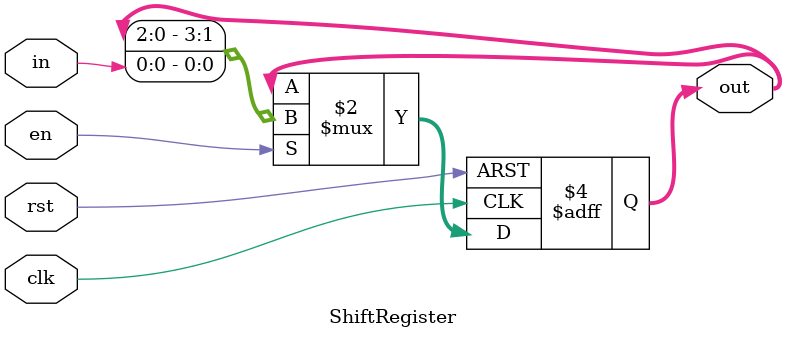
<source format=v>
`timescale 1ns/1ns

module ShiftRegister #(parameter WIDTH = 4) (
    input wire clk,                  // Clock input
    input wire rst,                // Reset input
    input wire en,               // Enable input
    input wire in,       // Input
    output reg [WIDTH-1:0] out       // Output
);

    always @(posedge clk or posedge rst) begin
        if (rst)
            out <= {WIDTH{1'b0}}; // Initialize to all zeros
        else if (en) 
            out <= {out[WIDTH-2:0], in}; // Shift left
    end

endmodule

</source>
